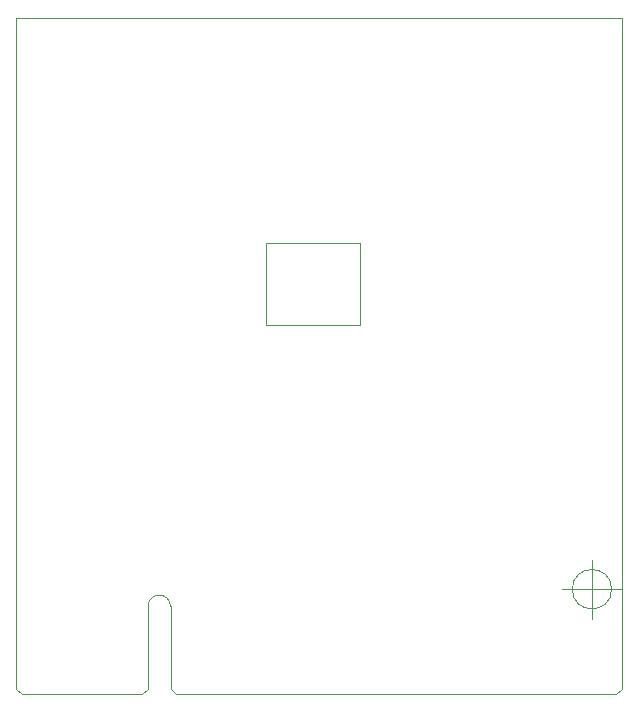
<source format=gbr>
G04 #@! TF.GenerationSoftware,KiCad,Pcbnew,7.0.7-7.0.7~ubuntu22.04.1*
G04 #@! TF.CreationDate,2023-09-29T12:00:57+02:00*
G04 #@! TF.ProjectId,astropix_v4,61737472-6f70-4697-985f-76342e6b6963,1.0*
G04 #@! TF.SameCoordinates,Original*
G04 #@! TF.FileFunction,Profile,NP*
%FSLAX46Y46*%
G04 Gerber Fmt 4.6, Leading zero omitted, Abs format (unit mm)*
G04 Created by KiCad (PCBNEW 7.0.7-7.0.7~ubuntu22.04.1) date 2023-09-29 12:00:57*
%MOMM*%
%LPD*%
G01*
G04 APERTURE LIST*
G04 #@! TA.AperFunction,Profile*
%ADD10C,0.100000*%
G04 #@! TD*
G04 #@! TA.AperFunction,Profile*
%ADD11C,0.050000*%
G04 #@! TD*
G04 #@! TA.AperFunction,Profile*
%ADD12C,0.120000*%
G04 #@! TD*
G04 APERTURE END LIST*
D10*
X105522000Y-100841000D02*
X105537000Y-51943000D01*
X105537000Y-51943000D02*
X156845000Y-51943000D01*
X156845000Y-51943000D02*
X156822000Y-100841000D01*
D11*
X155971666Y-100330000D02*
G75*
G03*
X155971666Y-100330000I-1666666J0D01*
G01*
X151805000Y-100330000D02*
X156805000Y-100330000D01*
X154305000Y-97830000D02*
X154305000Y-102830000D01*
D12*
G04 #@! TO.C,U1*
X126672500Y-70995000D02*
X134672500Y-70995000D01*
X126672500Y-77995000D02*
X126672500Y-70995000D01*
X134672500Y-70995000D02*
X134672500Y-77995000D01*
X134672500Y-77995000D02*
X126672500Y-77995000D01*
D10*
G04 #@! TO.C,J1*
X105522000Y-100841000D02*
X105522000Y-108741000D01*
X105522000Y-108741000D02*
X106022000Y-109241000D01*
X106022000Y-109241000D02*
X116222000Y-109241000D01*
X116722000Y-101791000D02*
X116722000Y-108741000D01*
X116722000Y-108741000D02*
X116222000Y-109241000D01*
X118622000Y-101791000D02*
X118622000Y-108741000D01*
X118622000Y-108741000D02*
X119122000Y-109241000D01*
X119122000Y-109241000D02*
X156322000Y-109241000D01*
X156822000Y-100841000D02*
X156822000Y-108741000D01*
X156822000Y-108741000D02*
X156322000Y-109241000D01*
X118622000Y-101791000D02*
G75*
G03*
X116722000Y-101791000I-950000J0D01*
G01*
G04 #@! TD*
M02*

</source>
